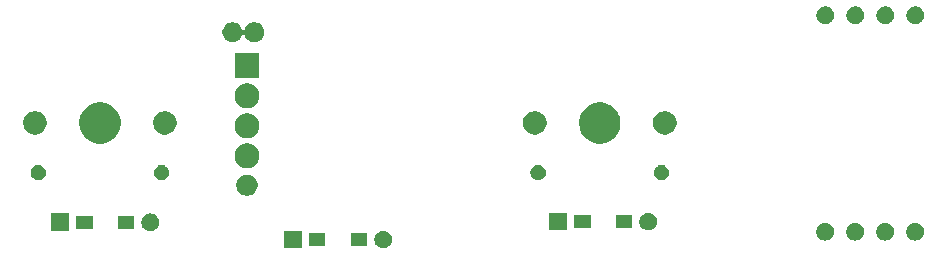
<source format=gbr>
G04 #@! TF.GenerationSoftware,KiCad,Pcbnew,(5.1.6-0-10_14)*
G04 #@! TF.CreationDate,2023-01-09T16:43:16+09:00*
G04 #@! TF.ProjectId,cool644,636f6f6c-3634-4342-9e6b-696361645f70,rev?*
G04 #@! TF.SameCoordinates,Original*
G04 #@! TF.FileFunction,Soldermask,Top*
G04 #@! TF.FilePolarity,Negative*
%FSLAX46Y46*%
G04 Gerber Fmt 4.6, Leading zero omitted, Abs format (unit mm)*
G04 Created by KiCad (PCBNEW (5.1.6-0-10_14)) date 2023-01-09 16:43:16*
%MOMM*%
%LPD*%
G01*
G04 APERTURE LIST*
%ADD10C,0.100000*%
G04 APERTURE END LIST*
D10*
G36*
X140344425Y69045401D02*
G01*
X140468621Y69020698D01*
X140605022Y68964199D01*
X140727779Y68882175D01*
X140832175Y68777779D01*
X140914199Y68655022D01*
X140970698Y68518621D01*
X140999500Y68373819D01*
X140999500Y68226181D01*
X140970698Y68081379D01*
X140914199Y67944978D01*
X140832175Y67822221D01*
X140727779Y67717825D01*
X140605022Y67635801D01*
X140468621Y67579302D01*
X140344425Y67554599D01*
X140323820Y67550500D01*
X140176180Y67550500D01*
X140155575Y67554599D01*
X140031379Y67579302D01*
X139894978Y67635801D01*
X139772221Y67717825D01*
X139667825Y67822221D01*
X139585801Y67944978D01*
X139529302Y68081379D01*
X139500500Y68226181D01*
X139500500Y68373819D01*
X139529302Y68518621D01*
X139585801Y68655022D01*
X139667825Y68777779D01*
X139772221Y68882175D01*
X139894978Y68964199D01*
X140031379Y69020698D01*
X140155575Y69045401D01*
X140176180Y69049500D01*
X140323820Y69049500D01*
X140344425Y69045401D01*
G37*
G36*
X133379500Y67550500D02*
G01*
X131880500Y67550500D01*
X131880500Y69049500D01*
X133379500Y69049500D01*
X133379500Y67550500D01*
G37*
G36*
X138916000Y67774000D02*
G01*
X137514000Y67774000D01*
X137514000Y68826000D01*
X138916000Y68826000D01*
X138916000Y67774000D01*
G37*
G36*
X135366000Y67774000D02*
G01*
X133964000Y67774000D01*
X133964000Y68826000D01*
X135366000Y68826000D01*
X135366000Y67774000D01*
G37*
G36*
X182834425Y69705401D02*
G01*
X182958621Y69680698D01*
X183095022Y69624199D01*
X183217779Y69542175D01*
X183322175Y69437779D01*
X183404199Y69315022D01*
X183460698Y69178621D01*
X183489500Y69033819D01*
X183489500Y68886181D01*
X183460698Y68741379D01*
X183404199Y68604978D01*
X183322175Y68482221D01*
X183217779Y68377825D01*
X183095022Y68295801D01*
X182958621Y68239302D01*
X182834425Y68214599D01*
X182813820Y68210500D01*
X182666180Y68210500D01*
X182645575Y68214599D01*
X182521379Y68239302D01*
X182384978Y68295801D01*
X182262221Y68377825D01*
X182157825Y68482221D01*
X182075801Y68604978D01*
X182019302Y68741379D01*
X181990500Y68886181D01*
X181990500Y69033819D01*
X182019302Y69178621D01*
X182075801Y69315022D01*
X182157825Y69437779D01*
X182262221Y69542175D01*
X182384978Y69624199D01*
X182521379Y69680698D01*
X182645575Y69705401D01*
X182666180Y69709500D01*
X182813820Y69709500D01*
X182834425Y69705401D01*
G37*
G36*
X180294425Y69705401D02*
G01*
X180418621Y69680698D01*
X180555022Y69624199D01*
X180677779Y69542175D01*
X180782175Y69437779D01*
X180864199Y69315022D01*
X180920698Y69178621D01*
X180949500Y69033819D01*
X180949500Y68886181D01*
X180920698Y68741379D01*
X180864199Y68604978D01*
X180782175Y68482221D01*
X180677779Y68377825D01*
X180555022Y68295801D01*
X180418621Y68239302D01*
X180294425Y68214599D01*
X180273820Y68210500D01*
X180126180Y68210500D01*
X180105575Y68214599D01*
X179981379Y68239302D01*
X179844978Y68295801D01*
X179722221Y68377825D01*
X179617825Y68482221D01*
X179535801Y68604978D01*
X179479302Y68741379D01*
X179450500Y68886181D01*
X179450500Y69033819D01*
X179479302Y69178621D01*
X179535801Y69315022D01*
X179617825Y69437779D01*
X179722221Y69542175D01*
X179844978Y69624199D01*
X179981379Y69680698D01*
X180105575Y69705401D01*
X180126180Y69709500D01*
X180273820Y69709500D01*
X180294425Y69705401D01*
G37*
G36*
X177754425Y69705401D02*
G01*
X177878621Y69680698D01*
X178015022Y69624199D01*
X178137779Y69542175D01*
X178242175Y69437779D01*
X178324199Y69315022D01*
X178380698Y69178621D01*
X178409500Y69033819D01*
X178409500Y68886181D01*
X178380698Y68741379D01*
X178324199Y68604978D01*
X178242175Y68482221D01*
X178137779Y68377825D01*
X178015022Y68295801D01*
X177878621Y68239302D01*
X177754425Y68214599D01*
X177733820Y68210500D01*
X177586180Y68210500D01*
X177565575Y68214599D01*
X177441379Y68239302D01*
X177304978Y68295801D01*
X177182221Y68377825D01*
X177077825Y68482221D01*
X176995801Y68604978D01*
X176939302Y68741379D01*
X176910500Y68886181D01*
X176910500Y69033819D01*
X176939302Y69178621D01*
X176995801Y69315022D01*
X177077825Y69437779D01*
X177182221Y69542175D01*
X177304978Y69624199D01*
X177441379Y69680698D01*
X177565575Y69705401D01*
X177586180Y69709500D01*
X177733820Y69709500D01*
X177754425Y69705401D01*
G37*
G36*
X185374425Y69705401D02*
G01*
X185498621Y69680698D01*
X185635022Y69624199D01*
X185757779Y69542175D01*
X185862175Y69437779D01*
X185944199Y69315022D01*
X186000698Y69178621D01*
X186029500Y69033819D01*
X186029500Y68886181D01*
X186000698Y68741379D01*
X185944199Y68604978D01*
X185862175Y68482221D01*
X185757779Y68377825D01*
X185635022Y68295801D01*
X185498621Y68239302D01*
X185374425Y68214599D01*
X185353820Y68210500D01*
X185206180Y68210500D01*
X185185575Y68214599D01*
X185061379Y68239302D01*
X184924978Y68295801D01*
X184802221Y68377825D01*
X184697825Y68482221D01*
X184615801Y68604978D01*
X184559302Y68741379D01*
X184530500Y68886181D01*
X184530500Y69033819D01*
X184559302Y69178621D01*
X184615801Y69315022D01*
X184697825Y69437779D01*
X184802221Y69542175D01*
X184924978Y69624199D01*
X185061379Y69680698D01*
X185185575Y69705401D01*
X185206180Y69709500D01*
X185353820Y69709500D01*
X185374425Y69705401D01*
G37*
G36*
X120624425Y70495401D02*
G01*
X120748621Y70470698D01*
X120885022Y70414199D01*
X121007779Y70332175D01*
X121112175Y70227779D01*
X121194199Y70105022D01*
X121250698Y69968621D01*
X121279500Y69823819D01*
X121279500Y69676181D01*
X121250698Y69531379D01*
X121194199Y69394978D01*
X121112175Y69272221D01*
X121007779Y69167825D01*
X120885022Y69085801D01*
X120748621Y69029302D01*
X120624425Y69004599D01*
X120603820Y69000500D01*
X120456180Y69000500D01*
X120435575Y69004599D01*
X120311379Y69029302D01*
X120174978Y69085801D01*
X120052221Y69167825D01*
X119947825Y69272221D01*
X119865801Y69394978D01*
X119809302Y69531379D01*
X119780500Y69676181D01*
X119780500Y69823819D01*
X119809302Y69968621D01*
X119865801Y70105022D01*
X119947825Y70227779D01*
X120052221Y70332175D01*
X120174978Y70414199D01*
X120311379Y70470698D01*
X120435575Y70495401D01*
X120456180Y70499500D01*
X120603820Y70499500D01*
X120624425Y70495401D01*
G37*
G36*
X113659500Y69000500D02*
G01*
X112160500Y69000500D01*
X112160500Y70499500D01*
X113659500Y70499500D01*
X113659500Y69000500D01*
G37*
G36*
X162784425Y70555401D02*
G01*
X162908621Y70530698D01*
X163045022Y70474199D01*
X163167779Y70392175D01*
X163272175Y70287779D01*
X163354199Y70165022D01*
X163410698Y70028621D01*
X163439500Y69883819D01*
X163439500Y69736181D01*
X163410698Y69591379D01*
X163354199Y69454978D01*
X163272175Y69332221D01*
X163167779Y69227825D01*
X163045022Y69145801D01*
X162908621Y69089302D01*
X162784425Y69064599D01*
X162763820Y69060500D01*
X162616180Y69060500D01*
X162595575Y69064599D01*
X162471379Y69089302D01*
X162334978Y69145801D01*
X162212221Y69227825D01*
X162107825Y69332221D01*
X162025801Y69454978D01*
X161969302Y69591379D01*
X161940500Y69736181D01*
X161940500Y69883819D01*
X161969302Y70028621D01*
X162025801Y70165022D01*
X162107825Y70287779D01*
X162212221Y70392175D01*
X162334978Y70474199D01*
X162471379Y70530698D01*
X162595575Y70555401D01*
X162616180Y70559500D01*
X162763820Y70559500D01*
X162784425Y70555401D01*
G37*
G36*
X155819500Y69060500D02*
G01*
X154320500Y69060500D01*
X154320500Y70559500D01*
X155819500Y70559500D01*
X155819500Y69060500D01*
G37*
G36*
X119196000Y69224000D02*
G01*
X117794000Y69224000D01*
X117794000Y70276000D01*
X119196000Y70276000D01*
X119196000Y69224000D01*
G37*
G36*
X115646000Y69224000D02*
G01*
X114244000Y69224000D01*
X114244000Y70276000D01*
X115646000Y70276000D01*
X115646000Y69224000D01*
G37*
G36*
X161356000Y69284000D02*
G01*
X159954000Y69284000D01*
X159954000Y70336000D01*
X161356000Y70336000D01*
X161356000Y69284000D01*
G37*
G36*
X157806000Y69284000D02*
G01*
X156404000Y69284000D01*
X156404000Y70336000D01*
X157806000Y70336000D01*
X157806000Y69284000D01*
G37*
G36*
X128828512Y73786073D02*
G01*
X128977812Y73756376D01*
X129141784Y73688456D01*
X129289354Y73589853D01*
X129414853Y73464354D01*
X129513456Y73316784D01*
X129581376Y73152812D01*
X129616000Y72978741D01*
X129616000Y72801259D01*
X129581376Y72627188D01*
X129513456Y72463216D01*
X129414853Y72315646D01*
X129289354Y72190147D01*
X129141784Y72091544D01*
X128977812Y72023624D01*
X128828512Y71993927D01*
X128803742Y71989000D01*
X128626258Y71989000D01*
X128601488Y71993927D01*
X128452188Y72023624D01*
X128288216Y72091544D01*
X128140646Y72190147D01*
X128015147Y72315646D01*
X127916544Y72463216D01*
X127848624Y72627188D01*
X127814000Y72801259D01*
X127814000Y72978741D01*
X127848624Y73152812D01*
X127916544Y73316784D01*
X128015147Y73464354D01*
X128140646Y73589853D01*
X128288216Y73688456D01*
X128452188Y73756376D01*
X128601488Y73786073D01*
X128626258Y73791000D01*
X128803742Y73791000D01*
X128828512Y73786073D01*
G37*
G36*
X163999890Y74595983D02*
G01*
X164077985Y74563635D01*
X164118364Y74546909D01*
X164224988Y74475665D01*
X164315665Y74384988D01*
X164386909Y74278364D01*
X164435983Y74159890D01*
X164461000Y74034118D01*
X164461000Y73905882D01*
X164435983Y73780110D01*
X164386909Y73661636D01*
X164315665Y73555012D01*
X164224988Y73464335D01*
X164118364Y73393091D01*
X164118363Y73393090D01*
X164118362Y73393090D01*
X163999890Y73344017D01*
X163874119Y73319000D01*
X163745881Y73319000D01*
X163620110Y73344017D01*
X163501638Y73393090D01*
X163501637Y73393090D01*
X163501636Y73393091D01*
X163395012Y73464335D01*
X163304335Y73555012D01*
X163233091Y73661636D01*
X163184017Y73780110D01*
X163159000Y73905882D01*
X163159000Y74034118D01*
X163184017Y74159890D01*
X163233091Y74278364D01*
X163304335Y74384988D01*
X163395012Y74475665D01*
X163501636Y74546909D01*
X163542016Y74563635D01*
X163620110Y74595983D01*
X163745881Y74621000D01*
X163874119Y74621000D01*
X163999890Y74595983D01*
G37*
G36*
X121679890Y74595983D02*
G01*
X121757985Y74563635D01*
X121798364Y74546909D01*
X121904988Y74475665D01*
X121995665Y74384988D01*
X122066909Y74278364D01*
X122115983Y74159890D01*
X122141000Y74034118D01*
X122141000Y73905882D01*
X122115983Y73780110D01*
X122066909Y73661636D01*
X121995665Y73555012D01*
X121904988Y73464335D01*
X121798364Y73393091D01*
X121798363Y73393090D01*
X121798362Y73393090D01*
X121679890Y73344017D01*
X121554119Y73319000D01*
X121425881Y73319000D01*
X121300110Y73344017D01*
X121181638Y73393090D01*
X121181637Y73393090D01*
X121181636Y73393091D01*
X121075012Y73464335D01*
X120984335Y73555012D01*
X120913091Y73661636D01*
X120864017Y73780110D01*
X120839000Y73905882D01*
X120839000Y74034118D01*
X120864017Y74159890D01*
X120913091Y74278364D01*
X120984335Y74384988D01*
X121075012Y74475665D01*
X121181636Y74546909D01*
X121222016Y74563635D01*
X121300110Y74595983D01*
X121425881Y74621000D01*
X121554119Y74621000D01*
X121679890Y74595983D01*
G37*
G36*
X153559890Y74595983D02*
G01*
X153637985Y74563635D01*
X153678364Y74546909D01*
X153784988Y74475665D01*
X153875665Y74384988D01*
X153946909Y74278364D01*
X153995983Y74159890D01*
X154021000Y74034118D01*
X154021000Y73905882D01*
X153995983Y73780110D01*
X153946909Y73661636D01*
X153875665Y73555012D01*
X153784988Y73464335D01*
X153678364Y73393091D01*
X153678363Y73393090D01*
X153678362Y73393090D01*
X153559890Y73344017D01*
X153434119Y73319000D01*
X153305881Y73319000D01*
X153180110Y73344017D01*
X153061638Y73393090D01*
X153061637Y73393090D01*
X153061636Y73393091D01*
X152955012Y73464335D01*
X152864335Y73555012D01*
X152793091Y73661636D01*
X152744017Y73780110D01*
X152719000Y73905882D01*
X152719000Y74034118D01*
X152744017Y74159890D01*
X152793091Y74278364D01*
X152864335Y74384988D01*
X152955012Y74475665D01*
X153061636Y74546909D01*
X153102016Y74563635D01*
X153180110Y74595983D01*
X153305881Y74621000D01*
X153434119Y74621000D01*
X153559890Y74595983D01*
G37*
G36*
X111239890Y74595983D02*
G01*
X111317985Y74563635D01*
X111358364Y74546909D01*
X111464988Y74475665D01*
X111555665Y74384988D01*
X111626909Y74278364D01*
X111675983Y74159890D01*
X111701000Y74034118D01*
X111701000Y73905882D01*
X111675983Y73780110D01*
X111626909Y73661636D01*
X111555665Y73555012D01*
X111464988Y73464335D01*
X111358364Y73393091D01*
X111358363Y73393090D01*
X111358362Y73393090D01*
X111239890Y73344017D01*
X111114119Y73319000D01*
X110985881Y73319000D01*
X110860110Y73344017D01*
X110741638Y73393090D01*
X110741637Y73393090D01*
X110741636Y73393091D01*
X110635012Y73464335D01*
X110544335Y73555012D01*
X110473091Y73661636D01*
X110424017Y73780110D01*
X110399000Y73905882D01*
X110399000Y74034118D01*
X110424017Y74159890D01*
X110473091Y74278364D01*
X110544335Y74384988D01*
X110635012Y74475665D01*
X110741636Y74546909D01*
X110782016Y74563635D01*
X110860110Y74595983D01*
X110985881Y74621000D01*
X111114119Y74621000D01*
X111239890Y74595983D01*
G37*
G36*
X129021564Y76390611D02*
G01*
X129212833Y76311385D01*
X129212835Y76311384D01*
X129384973Y76196365D01*
X129531365Y76049973D01*
X129646385Y75877833D01*
X129725611Y75686564D01*
X129766000Y75483516D01*
X129766000Y75276484D01*
X129725611Y75073436D01*
X129646385Y74882167D01*
X129646384Y74882165D01*
X129531365Y74710027D01*
X129384973Y74563635D01*
X129212835Y74448616D01*
X129212834Y74448615D01*
X129212833Y74448615D01*
X129021564Y74369389D01*
X128818516Y74329000D01*
X128611484Y74329000D01*
X128408436Y74369389D01*
X128217167Y74448615D01*
X128217166Y74448615D01*
X128217165Y74448616D01*
X128045027Y74563635D01*
X127898635Y74710027D01*
X127783616Y74882165D01*
X127783615Y74882167D01*
X127704389Y75073436D01*
X127664000Y75276484D01*
X127664000Y75483516D01*
X127704389Y75686564D01*
X127783615Y75877833D01*
X127898635Y76049973D01*
X128045027Y76196365D01*
X128217165Y76311384D01*
X128217167Y76311385D01*
X128408436Y76390611D01*
X128611484Y76431000D01*
X128818516Y76431000D01*
X129021564Y76390611D01*
G37*
G36*
X116667985Y79876140D02*
G01*
X116780748Y79853710D01*
X116912741Y79799037D01*
X117099408Y79721717D01*
X117386196Y79530091D01*
X117630091Y79286196D01*
X117821717Y78999408D01*
X117850213Y78930611D01*
X117953710Y78680748D01*
X117960990Y78644149D01*
X118021000Y78342460D01*
X118021000Y77997540D01*
X117984986Y77816486D01*
X117960990Y77695849D01*
X117953710Y77659253D01*
X117821717Y77340592D01*
X117630091Y77053804D01*
X117386196Y76809909D01*
X117099408Y76618283D01*
X116912741Y76540963D01*
X116780748Y76486290D01*
X116667985Y76463860D01*
X116442460Y76419000D01*
X116097540Y76419000D01*
X115872015Y76463860D01*
X115759252Y76486290D01*
X115627259Y76540963D01*
X115440592Y76618283D01*
X115153804Y76809909D01*
X114909909Y77053804D01*
X114718283Y77340592D01*
X114586290Y77659253D01*
X114579011Y77695849D01*
X114555014Y77816486D01*
X114519000Y77997540D01*
X114519000Y78342460D01*
X114579010Y78644149D01*
X114586290Y78680748D01*
X114689787Y78930611D01*
X114718283Y78999408D01*
X114909909Y79286196D01*
X115153804Y79530091D01*
X115440592Y79721717D01*
X115627259Y79799037D01*
X115759252Y79853710D01*
X115872015Y79876140D01*
X116097540Y79921000D01*
X116442460Y79921000D01*
X116667985Y79876140D01*
G37*
G36*
X158987985Y79876140D02*
G01*
X159100748Y79853710D01*
X159232741Y79799037D01*
X159419408Y79721717D01*
X159706196Y79530091D01*
X159950091Y79286196D01*
X160141717Y78999408D01*
X160170213Y78930611D01*
X160273710Y78680748D01*
X160280990Y78644149D01*
X160341000Y78342460D01*
X160341000Y77997540D01*
X160304986Y77816486D01*
X160280990Y77695849D01*
X160273710Y77659253D01*
X160141717Y77340592D01*
X159950091Y77053804D01*
X159706196Y76809909D01*
X159419408Y76618283D01*
X159232741Y76540963D01*
X159100748Y76486290D01*
X158987985Y76463860D01*
X158762460Y76419000D01*
X158417540Y76419000D01*
X158192015Y76463860D01*
X158079252Y76486290D01*
X157947259Y76540963D01*
X157760592Y76618283D01*
X157473804Y76809909D01*
X157229909Y77053804D01*
X157038283Y77340592D01*
X156906290Y77659253D01*
X156899011Y77695849D01*
X156875014Y77816486D01*
X156839000Y77997540D01*
X156839000Y78342460D01*
X156899010Y78644149D01*
X156906290Y78680748D01*
X157009787Y78930611D01*
X157038283Y78999408D01*
X157229909Y79286196D01*
X157473804Y79530091D01*
X157760592Y79721717D01*
X157947259Y79799037D01*
X158079252Y79853710D01*
X158192015Y79876140D01*
X158417540Y79921000D01*
X158762460Y79921000D01*
X158987985Y79876140D01*
G37*
G36*
X129021564Y78930611D02*
G01*
X129212833Y78851385D01*
X129212835Y78851384D01*
X129384973Y78736365D01*
X129531365Y78589973D01*
X129616887Y78461981D01*
X129646385Y78417833D01*
X129725611Y78226564D01*
X129766000Y78023516D01*
X129766000Y77816484D01*
X129725611Y77613436D01*
X129646385Y77422167D01*
X129646384Y77422165D01*
X129531365Y77250027D01*
X129384973Y77103635D01*
X129212835Y76988616D01*
X129212834Y76988615D01*
X129212833Y76988615D01*
X129021564Y76909389D01*
X128818516Y76869000D01*
X128611484Y76869000D01*
X128408436Y76909389D01*
X128217167Y76988615D01*
X128217166Y76988615D01*
X128217165Y76988616D01*
X128045027Y77103635D01*
X127898635Y77250027D01*
X127783616Y77422165D01*
X127783615Y77422167D01*
X127704389Y77613436D01*
X127664000Y77816484D01*
X127664000Y78023516D01*
X127704389Y78226564D01*
X127783615Y78417833D01*
X127813114Y78461981D01*
X127898635Y78589973D01*
X128045027Y78736365D01*
X128217165Y78851384D01*
X128217167Y78851385D01*
X128408436Y78930611D01*
X128611484Y78971000D01*
X128818516Y78971000D01*
X129021564Y78930611D01*
G37*
G36*
X153285285Y79151766D02*
G01*
X153381981Y79132532D01*
X153564151Y79057074D01*
X153728100Y78947527D01*
X153867527Y78808100D01*
X153977074Y78644151D01*
X154052532Y78461981D01*
X154091000Y78268590D01*
X154091000Y78071410D01*
X154052532Y77878019D01*
X153977074Y77695849D01*
X153867527Y77531900D01*
X153728100Y77392473D01*
X153564151Y77282926D01*
X153381981Y77207468D01*
X153188591Y77169000D01*
X152991409Y77169000D01*
X152894715Y77188234D01*
X152798019Y77207468D01*
X152615849Y77282926D01*
X152451900Y77392473D01*
X152312473Y77531900D01*
X152202926Y77695849D01*
X152127468Y77878019D01*
X152089000Y78071410D01*
X152089000Y78268590D01*
X152127468Y78461981D01*
X152202926Y78644151D01*
X152312473Y78808100D01*
X152451900Y78947527D01*
X152615849Y79057074D01*
X152798019Y79132532D01*
X152991409Y79171000D01*
X153188591Y79171000D01*
X153285285Y79151766D01*
G37*
G36*
X111061981Y79132532D02*
G01*
X111244151Y79057074D01*
X111408100Y78947527D01*
X111547527Y78808100D01*
X111657074Y78644151D01*
X111732532Y78461981D01*
X111771000Y78268590D01*
X111771000Y78071410D01*
X111732532Y77878019D01*
X111657074Y77695849D01*
X111547527Y77531900D01*
X111408100Y77392473D01*
X111244151Y77282926D01*
X111061981Y77207468D01*
X110868591Y77169000D01*
X110671409Y77169000D01*
X110478019Y77207468D01*
X110295849Y77282926D01*
X110131900Y77392473D01*
X109992473Y77531900D01*
X109882926Y77695849D01*
X109807468Y77878019D01*
X109769000Y78071410D01*
X109769000Y78268590D01*
X109807468Y78461981D01*
X109882926Y78644151D01*
X109992473Y78808100D01*
X110131900Y78947527D01*
X110295849Y79057074D01*
X110478019Y79132532D01*
X110671409Y79171000D01*
X110868591Y79171000D01*
X111061981Y79132532D01*
G37*
G36*
X122061981Y79132532D02*
G01*
X122244151Y79057074D01*
X122408100Y78947527D01*
X122547527Y78808100D01*
X122657074Y78644151D01*
X122732532Y78461981D01*
X122771000Y78268590D01*
X122771000Y78071410D01*
X122732532Y77878019D01*
X122657074Y77695849D01*
X122547527Y77531900D01*
X122408100Y77392473D01*
X122244151Y77282926D01*
X122061981Y77207468D01*
X121868591Y77169000D01*
X121671409Y77169000D01*
X121478019Y77207468D01*
X121295849Y77282926D01*
X121131900Y77392473D01*
X120992473Y77531900D01*
X120882926Y77695849D01*
X120807468Y77878019D01*
X120769000Y78071410D01*
X120769000Y78268590D01*
X120807468Y78461981D01*
X120882926Y78644151D01*
X120992473Y78808100D01*
X121131900Y78947527D01*
X121295849Y79057074D01*
X121478019Y79132532D01*
X121671409Y79171000D01*
X121868591Y79171000D01*
X122061981Y79132532D01*
G37*
G36*
X164285285Y79151766D02*
G01*
X164381981Y79132532D01*
X164564151Y79057074D01*
X164728100Y78947527D01*
X164867527Y78808100D01*
X164977074Y78644151D01*
X165052532Y78461981D01*
X165091000Y78268590D01*
X165091000Y78071410D01*
X165052532Y77878019D01*
X164977074Y77695849D01*
X164867527Y77531900D01*
X164728100Y77392473D01*
X164564151Y77282926D01*
X164381981Y77207468D01*
X164188591Y77169000D01*
X163991409Y77169000D01*
X163894715Y77188234D01*
X163798019Y77207468D01*
X163615849Y77282926D01*
X163451900Y77392473D01*
X163312473Y77531900D01*
X163202926Y77695849D01*
X163127468Y77878019D01*
X163089000Y78071410D01*
X163089000Y78268590D01*
X163127468Y78461981D01*
X163202926Y78644151D01*
X163312473Y78808100D01*
X163451900Y78947527D01*
X163615849Y79057074D01*
X163798019Y79132532D01*
X163991409Y79171000D01*
X164188591Y79171000D01*
X164285285Y79151766D01*
G37*
G36*
X129021564Y81470611D02*
G01*
X129212833Y81391385D01*
X129212835Y81391384D01*
X129384973Y81276365D01*
X129531365Y81129973D01*
X129646385Y80957833D01*
X129725611Y80766564D01*
X129766000Y80563516D01*
X129766000Y80356484D01*
X129725611Y80153436D01*
X129646385Y79962167D01*
X129646384Y79962165D01*
X129531365Y79790027D01*
X129384973Y79643635D01*
X129212835Y79528616D01*
X129212834Y79528615D01*
X129212833Y79528615D01*
X129021564Y79449389D01*
X128818516Y79409000D01*
X128611484Y79409000D01*
X128408436Y79449389D01*
X128217167Y79528615D01*
X128217166Y79528615D01*
X128217165Y79528616D01*
X128045027Y79643635D01*
X127898635Y79790027D01*
X127783616Y79962165D01*
X127783615Y79962167D01*
X127704389Y80153436D01*
X127664000Y80356484D01*
X127664000Y80563516D01*
X127704389Y80766564D01*
X127783615Y80957833D01*
X127898635Y81129973D01*
X128045027Y81276365D01*
X128217165Y81391384D01*
X128217167Y81391385D01*
X128408436Y81470611D01*
X128611484Y81511000D01*
X128818516Y81511000D01*
X129021564Y81470611D01*
G37*
G36*
X129766000Y81949000D02*
G01*
X127664000Y81949000D01*
X127664000Y84051000D01*
X129766000Y84051000D01*
X129766000Y81949000D01*
G37*
G36*
X127738228Y86658297D02*
G01*
X127893100Y86594147D01*
X128032481Y86501015D01*
X128151015Y86382481D01*
X128244147Y86243100D01*
X128299522Y86109413D01*
X128311067Y86087814D01*
X128326612Y86068872D01*
X128345554Y86053326D01*
X128367164Y86041775D01*
X128390613Y86034662D01*
X128415000Y86032260D01*
X128439386Y86034662D01*
X128462835Y86041775D01*
X128484445Y86053326D01*
X128503387Y86068871D01*
X128518933Y86087813D01*
X128530478Y86109413D01*
X128585853Y86243100D01*
X128678985Y86382481D01*
X128797519Y86501015D01*
X128936900Y86594147D01*
X129091772Y86658297D01*
X129256184Y86691000D01*
X129423816Y86691000D01*
X129588228Y86658297D01*
X129743100Y86594147D01*
X129882481Y86501015D01*
X130001015Y86382481D01*
X130094147Y86243100D01*
X130158297Y86088228D01*
X130191000Y85923816D01*
X130191000Y85756184D01*
X130158297Y85591772D01*
X130094147Y85436900D01*
X130001015Y85297519D01*
X129882481Y85178985D01*
X129743100Y85085853D01*
X129588228Y85021703D01*
X129423816Y84989000D01*
X129256184Y84989000D01*
X129091772Y85021703D01*
X128936900Y85085853D01*
X128797519Y85178985D01*
X128678985Y85297519D01*
X128585853Y85436900D01*
X128530478Y85570587D01*
X128518933Y85592186D01*
X128503388Y85611128D01*
X128484446Y85626674D01*
X128462836Y85638225D01*
X128439387Y85645338D01*
X128415000Y85647740D01*
X128390614Y85645338D01*
X128367165Y85638225D01*
X128345555Y85626674D01*
X128326613Y85611129D01*
X128311067Y85592187D01*
X128299522Y85570587D01*
X128244147Y85436900D01*
X128151015Y85297519D01*
X128032481Y85178985D01*
X127893100Y85085853D01*
X127738228Y85021703D01*
X127573816Y84989000D01*
X127406184Y84989000D01*
X127241772Y85021703D01*
X127086900Y85085853D01*
X126947519Y85178985D01*
X126828985Y85297519D01*
X126735853Y85436900D01*
X126671703Y85591772D01*
X126639000Y85756184D01*
X126639000Y85923816D01*
X126671703Y86088228D01*
X126735853Y86243100D01*
X126828985Y86382481D01*
X126947519Y86501015D01*
X127086900Y86594147D01*
X127241772Y86658297D01*
X127406184Y86691000D01*
X127573816Y86691000D01*
X127738228Y86658297D01*
G37*
G36*
X182854425Y88035401D02*
G01*
X182978621Y88010698D01*
X183115022Y87954199D01*
X183237779Y87872175D01*
X183342175Y87767779D01*
X183424199Y87645022D01*
X183480698Y87508621D01*
X183509500Y87363819D01*
X183509500Y87216181D01*
X183480698Y87071379D01*
X183424199Y86934978D01*
X183342175Y86812221D01*
X183237779Y86707825D01*
X183115022Y86625801D01*
X182978621Y86569302D01*
X182854425Y86544599D01*
X182833820Y86540500D01*
X182686180Y86540500D01*
X182665575Y86544599D01*
X182541379Y86569302D01*
X182404978Y86625801D01*
X182282221Y86707825D01*
X182177825Y86812221D01*
X182095801Y86934978D01*
X182039302Y87071379D01*
X182010500Y87216181D01*
X182010500Y87363819D01*
X182039302Y87508621D01*
X182095801Y87645022D01*
X182177825Y87767779D01*
X182282221Y87872175D01*
X182404978Y87954199D01*
X182541379Y88010698D01*
X182665575Y88035401D01*
X182686180Y88039500D01*
X182833820Y88039500D01*
X182854425Y88035401D01*
G37*
G36*
X177774425Y88035401D02*
G01*
X177898621Y88010698D01*
X178035022Y87954199D01*
X178157779Y87872175D01*
X178262175Y87767779D01*
X178344199Y87645022D01*
X178400698Y87508621D01*
X178429500Y87363819D01*
X178429500Y87216181D01*
X178400698Y87071379D01*
X178344199Y86934978D01*
X178262175Y86812221D01*
X178157779Y86707825D01*
X178035022Y86625801D01*
X177898621Y86569302D01*
X177774425Y86544599D01*
X177753820Y86540500D01*
X177606180Y86540500D01*
X177585575Y86544599D01*
X177461379Y86569302D01*
X177324978Y86625801D01*
X177202221Y86707825D01*
X177097825Y86812221D01*
X177015801Y86934978D01*
X176959302Y87071379D01*
X176930500Y87216181D01*
X176930500Y87363819D01*
X176959302Y87508621D01*
X177015801Y87645022D01*
X177097825Y87767779D01*
X177202221Y87872175D01*
X177324978Y87954199D01*
X177461379Y88010698D01*
X177585575Y88035401D01*
X177606180Y88039500D01*
X177753820Y88039500D01*
X177774425Y88035401D01*
G37*
G36*
X180314425Y88035401D02*
G01*
X180438621Y88010698D01*
X180575022Y87954199D01*
X180697779Y87872175D01*
X180802175Y87767779D01*
X180884199Y87645022D01*
X180940698Y87508621D01*
X180969500Y87363819D01*
X180969500Y87216181D01*
X180940698Y87071379D01*
X180884199Y86934978D01*
X180802175Y86812221D01*
X180697779Y86707825D01*
X180575022Y86625801D01*
X180438621Y86569302D01*
X180314425Y86544599D01*
X180293820Y86540500D01*
X180146180Y86540500D01*
X180125575Y86544599D01*
X180001379Y86569302D01*
X179864978Y86625801D01*
X179742221Y86707825D01*
X179637825Y86812221D01*
X179555801Y86934978D01*
X179499302Y87071379D01*
X179470500Y87216181D01*
X179470500Y87363819D01*
X179499302Y87508621D01*
X179555801Y87645022D01*
X179637825Y87767779D01*
X179742221Y87872175D01*
X179864978Y87954199D01*
X180001379Y88010698D01*
X180125575Y88035401D01*
X180146180Y88039500D01*
X180293820Y88039500D01*
X180314425Y88035401D01*
G37*
G36*
X185394425Y88035401D02*
G01*
X185518621Y88010698D01*
X185655022Y87954199D01*
X185777779Y87872175D01*
X185882175Y87767779D01*
X185964199Y87645022D01*
X186020698Y87508621D01*
X186049500Y87363819D01*
X186049500Y87216181D01*
X186020698Y87071379D01*
X185964199Y86934978D01*
X185882175Y86812221D01*
X185777779Y86707825D01*
X185655022Y86625801D01*
X185518621Y86569302D01*
X185394425Y86544599D01*
X185373820Y86540500D01*
X185226180Y86540500D01*
X185205575Y86544599D01*
X185081379Y86569302D01*
X184944978Y86625801D01*
X184822221Y86707825D01*
X184717825Y86812221D01*
X184635801Y86934978D01*
X184579302Y87071379D01*
X184550500Y87216181D01*
X184550500Y87363819D01*
X184579302Y87508621D01*
X184635801Y87645022D01*
X184717825Y87767779D01*
X184822221Y87872175D01*
X184944978Y87954199D01*
X185081379Y88010698D01*
X185205575Y88035401D01*
X185226180Y88039500D01*
X185373820Y88039500D01*
X185394425Y88035401D01*
G37*
M02*

</source>
